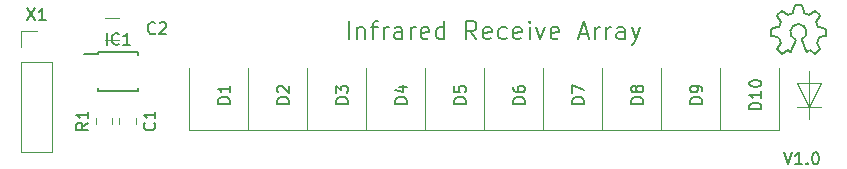
<source format=gbr>
G04 #@! TF.GenerationSoftware,KiCad,Pcbnew,6.0.0-unknown-ea0edab~86~ubuntu18.04.1*
G04 #@! TF.CreationDate,2019-07-07T15:34:29+02:00*
G04 #@! TF.ProjectId,ir-receiver,69722d72-6563-4656-9976-65722e6b6963,rev?*
G04 #@! TF.SameCoordinates,Original*
G04 #@! TF.FileFunction,Legend,Top*
G04 #@! TF.FilePolarity,Positive*
%FSLAX46Y46*%
G04 Gerber Fmt 4.6, Leading zero omitted, Abs format (unit mm)*
G04 Created by KiCad (PCBNEW 6.0.0-unknown-ea0edab~86~ubuntu18.04.1) date 2019-07-07 15:34:29*
%MOMM*%
%LPD*%
G04 APERTURE LIST*
%ADD10C,0.150000*%
%ADD11C,0.034395*%
%ADD12C,0.120000*%
G04 APERTURE END LIST*
D10*
X207360741Y-108316805D02*
G75*
G03X206860014Y-108324936I-260741J634987D01*
G01*
D11*
X206801979Y-105398218D02*
X206800000Y-105400000D01*
X206813579Y-105391985D02*
X206812323Y-105392380D01*
X204812730Y-107389693D02*
X204812176Y-107390896D01*
X209394773Y-108013123D02*
X209395982Y-108012614D01*
X208954319Y-109087661D02*
X208954042Y-109086367D01*
X205276583Y-109113902D02*
X205277438Y-109114898D01*
X204823912Y-107376759D02*
X204822831Y-107377526D01*
X208953851Y-109102191D02*
X208954408Y-109099585D01*
X206207416Y-109217279D02*
X206210224Y-109217798D01*
X206447541Y-109320788D02*
X206448267Y-109319779D01*
X205274083Y-106308912D02*
X205274800Y-106310012D01*
X208834307Y-108118180D02*
X208835609Y-108117796D01*
X206812323Y-105392380D02*
X206811084Y-105392831D01*
X206811084Y-105392831D02*
X206809863Y-105393335D01*
X205693971Y-105856126D02*
X205692901Y-105856886D01*
X206809863Y-105393335D02*
X206808661Y-105393890D01*
X206808661Y-105393890D02*
X206806326Y-105395149D01*
X206806326Y-105395149D02*
X206804093Y-105396596D01*
X206437121Y-109328526D02*
X206438215Y-109328091D01*
X206804093Y-105396596D02*
X206801979Y-105398218D01*
X206814849Y-105391645D02*
X206813579Y-105391985D01*
X204815432Y-107385123D02*
X204814687Y-107386226D01*
D10*
X207403317Y-105390853D02*
X206821340Y-105390853D01*
D11*
X206177416Y-109223133D02*
X206179670Y-109221735D01*
X206821340Y-105390853D02*
X206821340Y-105390853D01*
X206821340Y-105390853D02*
X206820029Y-105390885D01*
X208805924Y-108144946D02*
X208806410Y-108143696D01*
X208633882Y-108615555D02*
X208632782Y-108612979D01*
X207776320Y-109319812D02*
X207777045Y-109320820D01*
D10*
X205274800Y-106310012D02*
X205606995Y-106833895D01*
D11*
X205399207Y-108122312D02*
X205401661Y-108123919D01*
X205273359Y-109078979D02*
X205272756Y-109080143D01*
X205270619Y-106300429D02*
X205270949Y-106301707D01*
X208028796Y-109216988D02*
X208031682Y-109217348D01*
X208515811Y-109535825D02*
X208518454Y-109535476D01*
X209408274Y-108002743D02*
X209409065Y-108001667D01*
X208629740Y-108589772D02*
X208630107Y-108586882D01*
X204811223Y-107393359D02*
X204810829Y-107394615D01*
X207805219Y-109327846D02*
X207806402Y-109327283D01*
X206792660Y-105410890D02*
X206792207Y-105412121D01*
X207789700Y-109329246D02*
X207790850Y-109329508D01*
X206204548Y-109216937D02*
X206207416Y-109217279D01*
X205270949Y-106301707D02*
X205271334Y-106302967D01*
X208039951Y-109219476D02*
X208042503Y-109220533D01*
X206820029Y-105390885D02*
X206818722Y-105390983D01*
X208830417Y-108119665D02*
X208833006Y-108118621D01*
X204832254Y-108013933D02*
X204833523Y-108014265D01*
X205404037Y-108125684D02*
X205406317Y-108127591D01*
X205695077Y-105855416D02*
X205693971Y-105856126D01*
X206818722Y-105390983D02*
X206817422Y-105391143D01*
X206219809Y-106192553D02*
X206217556Y-106191140D01*
X206817422Y-105391143D02*
X206816130Y-105391364D01*
X205690874Y-105858554D02*
X205689923Y-105859461D01*
X207779475Y-109323549D02*
X207780362Y-109324359D01*
X206816130Y-105391364D02*
X206814849Y-105391645D01*
X205277507Y-106271892D02*
X205276651Y-106272889D01*
X207403317Y-105390853D02*
X207403317Y-105390853D01*
X207412352Y-105392380D02*
X207411094Y-105391985D01*
X207411094Y-105391985D02*
X207409822Y-105391645D01*
X207780362Y-109324359D02*
X207781285Y-109325118D01*
X207409822Y-105391645D02*
X207408538Y-105391364D01*
X207408538Y-105391364D02*
X207407244Y-105391143D01*
X207407244Y-105391143D02*
X207405941Y-105390983D01*
X207405941Y-105390983D02*
X207404631Y-105390885D01*
X205696215Y-105854756D02*
X205695077Y-105855416D01*
X205698578Y-105853586D02*
X205696215Y-105854756D01*
X207404631Y-105390885D02*
X207403317Y-105390853D01*
X208952629Y-109105984D02*
X208953088Y-109104739D01*
X207413593Y-105392831D02*
X207412352Y-105392380D01*
X207421666Y-105397386D02*
X207420592Y-105396596D01*
X207420592Y-105396596D02*
X207419489Y-105395850D01*
X207419489Y-105395850D02*
X207418358Y-105395149D01*
X205724397Y-105853316D02*
X205723178Y-105852821D01*
X207418358Y-105395149D02*
X207417200Y-105394496D01*
X207417200Y-105394496D02*
X207416019Y-105393890D01*
X205701041Y-105852619D02*
X205698578Y-105853586D01*
X207416019Y-105393890D02*
X207414816Y-105393335D01*
X207414816Y-105393335D02*
X207413593Y-105392831D01*
X204833486Y-107372467D02*
X204832214Y-107372806D01*
X206794353Y-105407328D02*
X206793735Y-105408491D01*
X206433723Y-109329489D02*
X206434873Y-109329226D01*
X207422708Y-105398218D02*
X207421666Y-105397386D01*
X207428950Y-105405080D02*
X207428185Y-105404000D01*
X207428185Y-105404000D02*
X207427374Y-105402950D01*
X207427374Y-105402950D02*
X207426520Y-105401932D01*
X207426520Y-105401932D02*
X207425624Y-105400948D01*
X207425624Y-105400948D02*
X207424689Y-105400000D01*
X207424689Y-105400000D02*
X207423716Y-105399090D01*
X207423716Y-105399090D02*
X207422708Y-105398218D01*
X207429669Y-105406190D02*
X207428950Y-105405080D01*
X207433212Y-105414642D02*
X207432878Y-105413372D01*
X207432878Y-105413372D02*
X207432484Y-105412121D01*
X207432484Y-105412121D02*
X207432031Y-105410890D01*
X207432031Y-105410890D02*
X207431521Y-105409679D01*
X207431521Y-105409679D02*
X207430956Y-105408491D01*
X207430956Y-105408491D02*
X207430338Y-105407328D01*
X207430338Y-105407328D02*
X207429669Y-105406190D01*
X205692901Y-105856886D02*
X205691867Y-105857695D01*
X207433482Y-105415927D02*
X207433212Y-105414642D01*
X207544842Y-106008557D02*
X207543792Y-106005961D01*
X207543792Y-106005961D02*
X207542955Y-106003356D01*
X207542955Y-106003356D02*
X207542621Y-106002055D01*
X207542621Y-106002055D02*
X207542346Y-106000759D01*
X205703584Y-105851855D02*
X205701041Y-105852619D01*
X207542346Y-106000759D02*
X207542346Y-106000759D01*
D10*
X207542346Y-106000759D02*
X207433482Y-105415927D01*
D11*
X207433482Y-105415927D02*
X207433482Y-105415927D01*
X206427792Y-109329902D02*
X206428995Y-109329942D01*
X207546091Y-106011129D02*
X207544842Y-106008557D01*
X207559165Y-106027001D02*
X207556936Y-106025081D01*
X207773898Y-109315314D02*
X207774427Y-109316507D01*
X206669938Y-106023016D02*
X206667805Y-106025081D01*
X207556936Y-106025081D02*
X207554803Y-106023016D01*
X207554803Y-106023016D02*
X207552780Y-106020825D01*
X207552780Y-106020825D02*
X207550883Y-106018524D01*
X207550883Y-106018524D02*
X207549126Y-106016129D01*
X207549126Y-106016129D02*
X207547524Y-106013659D01*
X205691867Y-105857695D02*
X205690874Y-105858554D01*
X207547524Y-106013659D02*
X207546091Y-106011129D01*
X207561475Y-106028760D02*
X207559165Y-106027001D01*
X207571238Y-106033848D02*
X207571238Y-106033848D01*
X207571238Y-106033848D02*
X207569991Y-106033405D01*
X207569991Y-106033405D02*
X207568749Y-106032903D01*
X205275086Y-106274998D02*
X205274378Y-106276105D01*
X207568749Y-106032903D02*
X207567512Y-106032343D01*
X207567512Y-106032343D02*
X207566282Y-106031728D01*
X207566282Y-106031728D02*
X207563853Y-106030342D01*
X205706186Y-105851298D02*
X205703584Y-105851855D01*
X207563853Y-106030342D02*
X207561475Y-106028760D01*
D10*
X207963213Y-106194305D02*
X207571238Y-106033848D01*
D11*
X207979580Y-106198119D02*
X207976635Y-106197915D01*
X205726757Y-105854472D02*
X205725591Y-105853866D01*
X204810210Y-107397170D02*
X204809989Y-107398464D01*
X205725591Y-105853866D02*
X205724397Y-105853316D01*
X205274731Y-109076744D02*
X205274731Y-109076744D01*
X206230313Y-106196642D02*
X206227509Y-106195857D01*
X206653488Y-106033848D02*
X206653488Y-106033848D01*
X206679887Y-106008557D02*
X206678640Y-106011129D01*
X209412837Y-107994653D02*
X209413288Y-107993409D01*
D10*
X207806402Y-109327283D02*
X208004178Y-109221688D01*
D11*
X208954542Y-109088968D02*
X208954319Y-109087661D01*
X204832214Y-107372806D02*
X204830960Y-107373205D01*
X209413685Y-107992150D02*
X209414025Y-107990876D01*
X209391028Y-108014298D02*
X209392294Y-108013967D01*
X205708828Y-105850948D02*
X205706186Y-105851298D01*
X207976635Y-106197915D02*
X207973747Y-106197540D01*
X207797989Y-109329819D02*
X207799200Y-109329653D01*
X206220410Y-109221654D02*
X206220410Y-109221654D01*
D10*
X206450690Y-109315280D02*
X206858487Y-108329942D01*
D11*
X206442338Y-109325798D02*
X206443296Y-109325090D01*
X208946245Y-109115887D02*
X208946245Y-109115887D01*
X204834774Y-107372190D02*
X204834774Y-107372190D01*
X207778624Y-109322689D02*
X207779475Y-109323549D01*
X205387641Y-108117435D02*
X205388940Y-108117762D01*
X207973747Y-106197540D02*
X207970938Y-106196993D01*
X208812174Y-108134051D02*
X208814060Y-108131807D01*
D10*
X208633312Y-108576319D02*
X208805497Y-108146199D01*
D11*
X205706151Y-109535442D02*
X205708794Y-109535791D01*
X204826209Y-108011397D02*
X204827373Y-108012015D01*
X207775641Y-109318757D02*
X207776320Y-109319812D01*
X206791813Y-105413372D02*
X206791480Y-105414642D01*
X208810449Y-108136377D02*
X208812174Y-108134051D01*
X207970938Y-106196993D02*
X207968230Y-106196272D01*
X206859725Y-108326211D02*
X206860014Y-108324936D01*
X206441349Y-109326452D02*
X206442338Y-109325798D01*
X206680936Y-106005961D02*
X206679887Y-106008557D01*
X206418186Y-109327249D02*
X206419366Y-109327815D01*
X204817099Y-108003753D02*
X204818882Y-108005739D01*
X204812771Y-107997050D02*
X204814031Y-107999393D01*
X209410514Y-107999427D02*
X209411169Y-107998267D01*
X204828515Y-107374177D02*
X204827326Y-107374745D01*
X207968230Y-106196272D02*
X207965648Y-106195377D01*
X207965648Y-106195377D02*
X207963213Y-106194305D01*
X207775009Y-109317655D02*
X207775641Y-109318757D01*
X204809864Y-107986957D02*
X204810024Y-107988261D01*
X206791209Y-105415927D02*
X206791209Y-105415927D01*
X204830960Y-107373205D02*
X204829727Y-107373663D01*
X207963213Y-106194305D02*
X207963213Y-106194305D01*
X206448267Y-109319779D02*
X206448947Y-109318724D01*
X208500250Y-109533487D02*
X208501468Y-109533977D01*
X207804027Y-109328340D02*
X207805219Y-109327846D01*
X208633312Y-108576319D02*
X208633312Y-108576319D01*
X206236140Y-106197727D02*
X206233198Y-106197266D01*
X209404709Y-108006710D02*
X209405658Y-108005773D01*
X207982559Y-106198155D02*
X207979580Y-106198119D01*
X208534699Y-109527364D02*
X208534699Y-109527364D01*
X206198719Y-109216783D02*
X206201642Y-109216772D01*
X208501468Y-109533977D02*
X208502708Y-109534413D01*
X206245087Y-106198119D02*
X206242107Y-106198155D01*
X208002446Y-106193811D02*
X207999867Y-106194913D01*
X205589428Y-108617949D02*
X205588008Y-108620208D01*
X204810024Y-107988261D02*
X204810246Y-107989556D01*
X204816221Y-107384049D02*
X204815432Y-107385123D01*
X208025881Y-109216804D02*
X208028796Y-109216988D01*
X204809767Y-107985647D02*
X204809864Y-107986957D01*
X209411775Y-107997084D02*
X209412332Y-107995878D01*
X205592751Y-108610245D02*
X205591801Y-108612945D01*
D10*
X205433640Y-107238253D02*
X204834774Y-107372190D01*
D11*
X209414787Y-107985681D02*
X209414820Y-107984367D01*
X208814060Y-108131807D02*
X208816093Y-108129660D01*
X205408484Y-108129626D02*
X205410523Y-108131773D01*
X208835609Y-108117796D02*
X208836910Y-108117469D01*
X208951840Y-109080177D02*
X208951234Y-109079013D01*
X205721936Y-105852381D02*
X205719395Y-105851664D01*
X206667805Y-106025081D02*
X206665576Y-106027001D01*
X205275844Y-106273924D02*
X205275086Y-106274998D01*
X207999867Y-106194913D02*
X207997163Y-106195857D01*
X207997163Y-106195857D02*
X207994356Y-106196642D01*
X207994356Y-106196642D02*
X207991470Y-106197266D01*
X207991470Y-106197266D02*
X207988526Y-106197727D01*
X207988526Y-106197727D02*
X207985548Y-106198024D01*
X207985548Y-106198024D02*
X207982559Y-106198155D01*
X205711490Y-105850808D02*
X205708828Y-105850948D01*
X208004876Y-106192553D02*
X208002446Y-106193811D01*
X208499126Y-105853866D02*
X208497963Y-105854472D01*
X208497963Y-105854472D02*
X208496829Y-105855133D01*
X205689923Y-105859461D02*
X205689923Y-105859461D01*
X208496829Y-105855133D02*
X208495729Y-105855850D01*
X208495729Y-105855850D02*
X208495729Y-105855850D01*
D10*
X208495729Y-105855850D02*
X208007136Y-106191140D01*
D11*
X208007136Y-106191140D02*
X208007136Y-106191140D01*
X208007136Y-106191140D02*
X208004876Y-106192553D01*
X206222235Y-106193812D02*
X206219809Y-106192553D01*
X208500317Y-105853316D02*
X208499126Y-105853866D01*
X204829771Y-108013089D02*
X204831003Y-108013541D01*
X206217556Y-106191140D02*
X206217556Y-106191140D01*
X208510539Y-105850880D02*
X208507902Y-105851164D01*
X205714152Y-105850880D02*
X205711490Y-105850808D01*
X208507902Y-105851164D02*
X208506598Y-105851387D01*
X208506598Y-105851387D02*
X208505307Y-105851664D01*
X208505307Y-105851664D02*
X208504030Y-105851995D01*
X205273110Y-106278415D02*
X205272551Y-106279612D01*
X205272551Y-106279612D02*
X205272042Y-106280834D01*
X208504030Y-105851995D02*
X208502771Y-105852381D01*
X205719395Y-105851664D02*
X205716794Y-105851165D01*
X205276651Y-106272889D02*
X205275844Y-106273924D01*
X208502771Y-105852381D02*
X208501533Y-105852821D01*
X208501533Y-105852821D02*
X208500317Y-105853316D01*
X208513196Y-105850808D02*
X208510539Y-105850880D01*
X208527296Y-105854146D02*
X208526100Y-105853586D01*
X208526100Y-105853586D02*
X208524879Y-105853077D01*
X208524879Y-105853077D02*
X208523637Y-105852619D01*
X208950950Y-109109577D02*
X208951561Y-109108406D01*
X208523637Y-105852619D02*
X208521095Y-105851855D01*
X208521095Y-105851855D02*
X208518494Y-105851298D01*
X208518494Y-105851298D02*
X208515855Y-105850948D01*
X208515855Y-105850948D02*
X208513196Y-105850808D01*
X208528465Y-105854756D02*
X208527296Y-105854146D01*
X208534768Y-105859461D02*
X208534768Y-105859461D01*
X208534768Y-105859461D02*
X208533815Y-105858554D01*
X208533815Y-105858554D02*
X208532819Y-105857695D01*
X208532819Y-105857695D02*
X208531783Y-105856886D01*
X204813987Y-107387356D02*
X204813335Y-107388513D01*
X208953325Y-109083827D02*
X208952885Y-109082587D01*
X206439285Y-109327600D02*
X206440331Y-109327053D01*
X208952120Y-109107207D02*
X208952629Y-109105984D01*
X205270821Y-106284623D02*
X205270262Y-106287227D01*
X208953088Y-109104739D02*
X208953851Y-109102191D01*
X206421753Y-109328741D02*
X206422957Y-109329104D01*
X205728997Y-105855850D02*
X205728997Y-105855850D01*
X208531783Y-105856886D02*
X208530711Y-105856126D01*
X208530711Y-105856126D02*
X208529604Y-105855416D01*
X208529604Y-105855416D02*
X208528465Y-105854756D01*
X208954408Y-109099585D02*
X208954758Y-109096939D01*
D10*
X208946246Y-106270939D02*
X208534768Y-105859461D01*
D11*
X208950945Y-106277245D02*
X208950287Y-106276105D01*
X206424165Y-109329400D02*
X206425375Y-109329632D01*
X204809700Y-107402389D02*
X204809700Y-107402389D01*
X206430192Y-109329920D02*
X206431380Y-109329836D01*
X206665576Y-106027001D02*
X206663265Y-106028760D01*
X205727893Y-105855133D02*
X205726757Y-105854472D01*
X206428995Y-109329942D02*
X206430192Y-109329920D01*
X206425375Y-109329632D02*
X206426585Y-109329798D01*
X205273422Y-106307778D02*
X205274083Y-106308912D01*
X206426585Y-109329798D02*
X206427792Y-109329902D01*
X208042503Y-109220533D02*
X208044918Y-109221764D01*
X208011651Y-109218526D02*
X208014378Y-109217827D01*
X208499058Y-109532941D02*
X208500250Y-109533487D01*
X205271334Y-106302967D02*
X205271773Y-106304206D01*
X208022960Y-109216795D02*
X208025881Y-109216804D01*
X205272042Y-106280834D02*
X205271584Y-106282078D01*
X205272268Y-106305423D02*
X205272817Y-106306614D01*
X206678640Y-106011129D02*
X206677209Y-106013659D01*
X206440331Y-109327053D02*
X206441349Y-109326452D01*
X205401661Y-108123919D02*
X205404037Y-108125684D01*
X206792207Y-105412121D02*
X206791813Y-105413372D01*
X207795577Y-109329961D02*
X207796781Y-109329921D01*
X205272817Y-106306614D02*
X205273422Y-106307778D01*
X204820813Y-108007574D02*
X204822881Y-108009242D01*
X205695042Y-109531348D02*
X205696180Y-109532004D01*
X205273653Y-109109542D02*
X205274311Y-109110683D01*
X206187311Y-109218573D02*
X206190077Y-109217864D01*
X209412332Y-107995878D02*
X209412837Y-107994653D01*
X205386346Y-108117169D02*
X205386346Y-108117169D01*
X208949856Y-109076779D02*
X208949856Y-109076779D01*
X206434873Y-109329226D02*
X206436007Y-109328905D01*
X205691833Y-109529084D02*
X205692866Y-109529887D01*
X205595052Y-108592683D02*
X205595081Y-108595660D01*
X205406317Y-108127591D02*
X205408484Y-108129626D01*
X206449579Y-109317621D02*
X206450161Y-109316473D01*
X208950287Y-106276105D02*
X208949578Y-106274998D01*
X206177416Y-109223133D02*
X206177416Y-109223133D01*
X209414820Y-107984367D02*
X209414820Y-107984367D01*
X208031682Y-109217348D02*
X208034518Y-109217883D01*
X205594943Y-108598646D02*
X205594640Y-108601621D01*
X208635137Y-108617983D02*
X208633882Y-108615555D01*
X205724362Y-109533452D02*
X205725556Y-109532907D01*
X204823962Y-108010009D02*
X204825072Y-108010728D01*
X205728963Y-109530941D02*
X205728963Y-109530941D01*
X205270565Y-109086333D02*
X205270068Y-109088934D01*
X208505247Y-109535122D02*
X208507847Y-109535616D01*
X206450161Y-109316473D02*
X206450690Y-109315280D01*
X209409812Y-108000561D02*
X209410514Y-107999427D01*
X208949578Y-106274998D02*
X208948819Y-106273924D01*
X209411169Y-107998267D02*
X209411775Y-107997084D01*
X208822897Y-108123954D02*
X208825346Y-108122346D01*
X207783230Y-109326477D02*
X207784247Y-109327077D01*
X205699763Y-109533672D02*
X205701006Y-109534128D01*
X206436007Y-109328905D02*
X206437121Y-109328526D01*
X205592342Y-108578731D02*
X205593231Y-108581322D01*
X205272487Y-109107173D02*
X205273653Y-109109542D01*
X208948819Y-106273924D02*
X208948011Y-106272889D01*
X205386346Y-108117169D02*
X205387641Y-108117435D01*
X208948011Y-106272889D02*
X208947153Y-106271892D01*
X206663265Y-106028760D02*
X206660886Y-106030342D01*
X208947153Y-106271892D02*
X208946246Y-106270939D01*
D10*
X205606995Y-106833895D02*
X205433640Y-107238253D01*
D11*
X205728997Y-105855850D02*
X205727893Y-105855133D01*
X206227509Y-106195857D02*
X206224809Y-106194913D01*
X204828560Y-108012580D02*
X204829771Y-108013089D01*
X204809732Y-107401076D02*
X204809700Y-107402389D01*
X208946246Y-106270939D02*
X208946246Y-106270939D01*
X204809989Y-107398464D02*
X204809829Y-107399766D01*
X208952111Y-106279612D02*
X208950945Y-106277245D01*
X205271716Y-109082553D02*
X205271278Y-109083793D01*
X209403725Y-108007608D02*
X209404709Y-108006710D01*
X208808902Y-108138770D02*
X208810449Y-108136377D01*
X206256450Y-106196272D02*
X206253738Y-106196993D01*
X208954512Y-106297831D02*
X208954797Y-106295191D01*
X208518454Y-109535476D02*
X208521056Y-109534921D01*
X205690840Y-109528231D02*
X205691833Y-109529084D01*
X209389746Y-108014566D02*
X209391028Y-108014298D01*
X204810246Y-107989556D02*
X204810527Y-107990842D01*
X208523598Y-109534162D02*
X208526060Y-109533200D01*
X209398331Y-108011431D02*
X209399468Y-108010762D01*
X204815478Y-108001633D02*
X204817099Y-108003753D01*
X207773898Y-109315314D02*
X207773898Y-109315314D01*
D10*
X208534699Y-109527364D02*
X208946245Y-109115887D01*
D11*
X207774427Y-109316507D02*
X207775009Y-109317655D01*
X208827859Y-108120912D02*
X208830417Y-108119665D01*
X205593542Y-108607442D02*
X205592751Y-108610245D01*
X209389746Y-108014566D02*
X209389746Y-108014566D01*
X205269715Y-109094240D02*
X205269856Y-109096905D01*
X208017187Y-109217306D02*
X208020055Y-109216963D01*
X206190077Y-109217864D02*
X206192915Y-109217329D01*
X209393543Y-108013575D02*
X209394773Y-108013123D01*
X206215571Y-109219369D02*
X206218065Y-109220422D01*
X206418186Y-109327249D02*
X206418186Y-109327249D01*
X205725556Y-109532907D02*
X205726722Y-109532307D01*
X206448947Y-109318724D02*
X206449579Y-109317621D01*
X205277438Y-109114898D02*
X205278343Y-109115852D01*
X205410523Y-108131773D02*
X205412415Y-108134017D01*
X205269856Y-109096905D02*
X205270205Y-109099550D01*
X209409065Y-108001667D02*
X209409812Y-108000561D01*
X206682381Y-106000759D02*
X206681772Y-106003356D01*
X208805497Y-108146199D02*
X208805924Y-108144946D01*
D10*
X209414820Y-107984367D02*
X209414889Y-107402424D01*
D11*
X208629653Y-108598681D02*
X208629515Y-108595694D01*
X207784247Y-109327077D02*
X207785291Y-109327623D01*
X208629543Y-108592717D02*
X208629740Y-108589772D01*
X205689889Y-109527330D02*
X205690840Y-109528231D01*
X205726722Y-109532307D02*
X205727859Y-109531652D01*
X208954797Y-106295191D02*
X208954870Y-106292531D01*
X208954870Y-106292531D02*
X208954733Y-106289869D01*
X208954733Y-106289869D02*
X208954387Y-106287227D01*
X205274800Y-106310012D02*
X205274800Y-106310012D01*
X205270262Y-106287227D02*
X205269911Y-106289869D01*
X205414143Y-108136343D02*
X205415692Y-108138736D01*
X206444220Y-109324331D02*
X206445109Y-109323520D01*
X208805497Y-108146199D02*
X208805497Y-108146199D01*
X204829727Y-107373663D02*
X204828515Y-107374177D01*
X208954387Y-106287227D02*
X208953834Y-106284623D01*
X206438215Y-109328091D02*
X206439285Y-109327600D01*
X205274017Y-109077845D02*
X205273359Y-109078979D01*
X208953834Y-106284623D02*
X208953075Y-106282078D01*
X208953075Y-106282078D02*
X208952111Y-106279612D01*
X206858487Y-108329942D02*
X206858962Y-108328716D01*
X207806402Y-109327283D02*
X207806402Y-109327283D01*
D10*
X208949856Y-109076779D02*
X208636545Y-108620242D01*
X208838208Y-108117203D02*
X209389746Y-108014566D01*
D11*
X204810866Y-107992116D02*
X204811262Y-107993375D01*
X208954014Y-106300429D02*
X208954512Y-106297831D01*
X208838208Y-108117203D02*
X208838208Y-108117203D01*
X207794380Y-109329939D02*
X207795577Y-109329961D01*
X208952885Y-109082587D02*
X208952390Y-109081369D01*
X208496761Y-109531686D02*
X208497894Y-109532341D01*
X208949857Y-106310012D02*
X208950568Y-106308912D01*
X205692866Y-109529887D02*
X205693937Y-109530642D01*
X208629956Y-108601655D02*
X208629653Y-108598681D01*
X204810527Y-107990842D02*
X204810866Y-107992116D01*
X208631359Y-108581356D02*
X208632247Y-108578765D01*
X204825072Y-108010728D02*
X204826209Y-108011397D01*
X208950568Y-106308912D02*
X208951224Y-106307778D01*
X205271522Y-109104705D02*
X205272487Y-109107173D01*
X209392294Y-108013967D02*
X209393543Y-108013575D01*
X204818833Y-107381026D02*
X204817923Y-107381999D01*
X208951224Y-106307778D02*
X208951825Y-106306614D01*
X206859374Y-108327472D02*
X206859725Y-108326211D01*
X206798170Y-105401932D02*
X206796506Y-105404000D01*
X208631837Y-108610279D02*
X208631050Y-108607477D01*
X209395982Y-108012614D02*
X209397168Y-108012049D01*
X208632782Y-108612979D02*
X208631837Y-108610279D01*
X209402707Y-108008464D02*
X209403725Y-108007608D01*
X205269911Y-106289869D02*
X205269770Y-106292531D01*
X205727859Y-109531652D02*
X205728963Y-109530941D01*
X207786361Y-109328113D02*
X207787454Y-109328547D01*
X208951825Y-106306614D02*
X208952371Y-106305423D01*
X205417044Y-108141181D02*
X205418183Y-108143662D01*
X206658454Y-106031728D02*
X206655983Y-106032903D01*
X205716794Y-105851165D02*
X205714152Y-105850880D01*
X205274378Y-106276105D02*
X205273719Y-106277245D01*
X208952371Y-106305423D02*
X208952863Y-106304206D01*
X208014378Y-109217827D02*
X208017187Y-109217306D01*
X208951561Y-109108406D02*
X208952120Y-109107207D01*
X208952863Y-106304206D02*
X208953301Y-106302967D01*
X208953301Y-106302967D02*
X208954014Y-106300429D01*
X208632247Y-108578765D02*
X208633312Y-108576319D01*
X208833006Y-108118621D02*
X208834307Y-108118180D01*
X205591276Y-108576285D02*
X205592342Y-108578731D01*
X205723143Y-109533943D02*
X205724362Y-109533452D01*
X206248034Y-106197915D02*
X206245087Y-106198119D01*
X208636545Y-108620242D02*
X208636545Y-108620242D01*
X205714117Y-109535863D02*
X205716759Y-109535582D01*
X204821781Y-107378338D02*
X204820764Y-107379194D01*
X205271278Y-109083793D02*
X205270565Y-109086333D01*
X208949857Y-106310012D02*
X208949857Y-106310012D01*
X207777814Y-109321779D02*
X207778624Y-109322689D01*
X204822831Y-107377526D02*
X204821781Y-107378338D01*
X204820764Y-107379194D02*
X204819781Y-107380090D01*
X204818882Y-108005739D02*
X204820813Y-108007574D01*
X206682381Y-106000759D02*
X206682381Y-106000759D01*
X206210224Y-109217798D02*
X206212950Y-109218494D01*
X208950290Y-109110718D02*
X208950950Y-109109577D01*
D10*
X204834808Y-108014532D02*
X205386346Y-108117169D01*
D11*
X208510488Y-109535897D02*
X208513149Y-109535966D01*
X204833523Y-108014265D02*
X204834808Y-108014532D01*
X205590692Y-108615521D02*
X205589428Y-108617949D01*
X206195803Y-109216969D02*
X206198719Y-109216783D01*
X205391541Y-108118587D02*
X205394130Y-108119631D01*
X208004178Y-109221688D02*
X208004178Y-109221688D01*
X206261479Y-106194305D02*
X206259038Y-106195377D01*
X208951234Y-109079013D02*
X208950573Y-109077879D01*
X206242107Y-106198155D02*
X206239117Y-106198024D01*
X208954042Y-109086367D02*
X208953711Y-109085088D01*
X209414307Y-107989591D02*
X209414529Y-107988295D01*
X205720639Y-109534760D02*
X205721901Y-109534379D01*
X205272756Y-109080143D02*
X205272209Y-109081335D01*
X208513149Y-109535966D02*
X208515811Y-109535825D01*
X205697348Y-109532610D02*
X205698543Y-109533166D01*
D10*
X205419090Y-108146165D02*
X205591276Y-108576285D01*
D11*
X206445109Y-109323520D02*
X206445960Y-109322659D01*
X205270068Y-109088934D02*
X205269785Y-109091576D01*
X205594854Y-108589738D02*
X205595052Y-108592683D01*
X204825023Y-107376038D02*
X204823912Y-107376759D01*
X206192915Y-109217329D02*
X206195803Y-109216969D01*
X204827373Y-108012015D02*
X204828560Y-108012580D01*
X205594640Y-108601621D02*
X205594172Y-108604560D01*
X208820528Y-108125718D02*
X208822897Y-108123954D01*
X209414025Y-107990876D02*
X209414307Y-107989591D01*
X205594485Y-108586848D02*
X205594854Y-108589738D01*
X208950573Y-109077879D02*
X208949856Y-109076779D01*
X205394130Y-108119631D02*
X205396691Y-108120878D01*
X205593231Y-108581322D02*
X205593945Y-108584036D01*
X205275776Y-109112866D02*
X205276583Y-109113902D01*
X208630422Y-108604594D02*
X208629956Y-108601655D01*
X208630107Y-108586882D02*
X208630646Y-108584069D01*
X208949580Y-109111826D02*
X208950290Y-109110718D01*
X205274731Y-109076744D02*
X205274017Y-109077845D01*
X205412415Y-108134017D02*
X205414143Y-108136343D01*
X208533751Y-109528265D02*
X208534699Y-109527364D01*
X204822881Y-108009242D02*
X204823962Y-108010009D01*
X205278412Y-106270939D02*
X205277507Y-106271892D01*
X205273719Y-106277245D02*
X205273110Y-106278415D01*
X206673854Y-106018524D02*
X206671959Y-106020825D01*
X208825346Y-108122346D02*
X208827859Y-108120912D01*
X208006529Y-109220456D02*
X208009027Y-109219401D01*
X204812176Y-107390896D02*
X204811673Y-107392118D01*
X205271584Y-106282078D02*
X205270821Y-106284623D01*
X208948011Y-109113936D02*
X208948820Y-109112900D01*
X205703549Y-109534887D02*
X205706151Y-109535442D01*
X206671959Y-106020825D02*
X206669938Y-106023016D01*
X208636545Y-108620242D02*
X208635137Y-108617983D01*
X208034518Y-109217883D02*
X208037281Y-109218592D01*
X207785291Y-109327623D02*
X207786361Y-109328113D01*
X208816093Y-108129660D02*
X208818254Y-108127626D01*
X208531730Y-109529921D02*
X208532761Y-109529118D01*
D10*
X208620414Y-106790178D02*
X208949857Y-106310012D01*
D11*
X206795022Y-105406190D02*
X206794353Y-105407328D01*
X208521056Y-109534921D02*
X208523598Y-109534162D01*
X208948820Y-109112900D02*
X208949580Y-109111826D01*
X206655983Y-106032903D02*
X206653488Y-106033848D01*
X208807550Y-108141215D02*
X208808902Y-108138770D01*
X208497894Y-109532341D02*
X208499058Y-109532941D01*
X205272209Y-109081335D02*
X205271716Y-109082553D01*
X204814687Y-107386226D02*
X204813987Y-107387356D01*
D10*
X208047172Y-109223167D02*
X208495660Y-109530975D01*
D11*
X208037281Y-109218592D02*
X208039951Y-109219476D01*
X209406569Y-108004798D02*
X209407442Y-108003787D01*
X208530661Y-109530676D02*
X208531730Y-109529921D01*
X205388940Y-108117762D02*
X205391541Y-108118587D01*
X204817923Y-107381999D02*
X204817052Y-107383007D01*
X205591276Y-108576285D02*
X205591276Y-108576285D01*
X206681772Y-106003356D02*
X206680936Y-106005961D01*
X205698543Y-109533166D02*
X205699763Y-109533672D01*
X207802826Y-109328767D02*
X207804027Y-109328340D01*
X206201642Y-109216772D02*
X206204548Y-109216937D01*
X209414529Y-107988295D02*
X209414689Y-107986991D01*
X208953711Y-109085088D02*
X208953325Y-109083827D01*
D10*
X204809700Y-107402389D02*
X204809734Y-107984333D01*
D11*
X208806410Y-108143696D02*
X208807550Y-108141215D01*
X206858962Y-108328716D02*
X206859374Y-108327472D01*
X205418666Y-108144912D02*
X205419090Y-108146165D01*
X205716759Y-109535582D02*
X205718066Y-109535362D01*
X208952390Y-109081369D02*
X208951840Y-109080177D01*
X205269785Y-109091576D02*
X205269715Y-109094240D01*
X206239117Y-106198024D02*
X206236140Y-106197727D01*
X205718066Y-109535362D02*
X205719360Y-109535088D01*
X206250925Y-106197540D02*
X206248034Y-106197915D01*
X206212950Y-109218494D02*
X206215571Y-109219369D01*
X204811673Y-107392118D02*
X204811223Y-107393359D01*
X206446771Y-109321748D02*
X206447541Y-109320788D01*
D10*
X206791209Y-105415927D02*
X206682381Y-106000759D01*
X205728963Y-109530941D02*
X206177416Y-109223133D01*
D11*
X207800411Y-109329423D02*
X207801620Y-109329128D01*
X208047172Y-109223167D02*
X208047172Y-109223167D01*
X205588008Y-108620208D02*
X205588008Y-108620208D01*
X204810829Y-107394615D02*
X204810490Y-107395886D01*
D10*
X205278343Y-109115852D02*
X205689889Y-109527330D01*
D11*
X208044918Y-109221764D02*
X208047172Y-109223167D01*
X209407442Y-108003787D02*
X209408274Y-108002743D01*
X205593945Y-108584036D02*
X205594485Y-108586848D01*
X206793170Y-105409679D02*
X206792660Y-105410890D01*
X205269839Y-106295191D02*
X205270122Y-106297831D01*
X204827326Y-107374745D02*
X204826161Y-107375366D01*
X204834808Y-108014532D02*
X204834808Y-108014532D01*
X205269770Y-106292531D02*
X205269839Y-106295191D01*
X209400577Y-108010043D02*
X209401658Y-108009276D01*
X209414689Y-107986991D02*
X209414787Y-107985681D01*
X206443296Y-109325090D02*
X206444220Y-109324331D01*
X208495660Y-109530975D02*
X208495660Y-109530975D01*
X208526060Y-109533200D02*
X208528421Y-109532038D01*
X205270122Y-106297831D02*
X205270343Y-106299136D01*
X208495660Y-109530975D02*
X208496761Y-109531686D01*
X207793192Y-109329855D02*
X207794380Y-109329939D01*
X209413288Y-107993409D02*
X209413685Y-107992150D01*
X207801620Y-109329128D02*
X207802826Y-109328767D01*
X205591801Y-108612945D02*
X205590692Y-108615521D01*
X208009027Y-109219401D02*
X208011651Y-109218526D01*
X205689889Y-109527330D02*
X205689889Y-109527330D01*
X205701006Y-109534128D02*
X205703549Y-109534887D01*
X205595081Y-108595660D02*
X205594943Y-108598646D01*
X206791480Y-105414642D02*
X206791209Y-105415927D01*
X204809734Y-107984333D02*
X204809767Y-107985647D01*
X207787454Y-109328547D02*
X207788568Y-109328925D01*
X206431380Y-109329836D02*
X206432558Y-109329693D01*
X205278343Y-109115852D02*
X205278343Y-109115852D01*
X205708794Y-109535791D02*
X205711456Y-109535932D01*
X207788568Y-109328925D02*
X207789700Y-109329246D01*
X205270205Y-109099550D02*
X205270761Y-109102157D01*
X205711456Y-109535932D02*
X205714117Y-109535863D01*
X205594172Y-108604560D02*
X205593542Y-108607442D01*
X205396691Y-108120878D02*
X205399207Y-108122312D01*
X205721901Y-109534379D02*
X205723143Y-109533943D01*
X206793735Y-105408491D02*
X206793170Y-105409679D01*
X208954758Y-109096939D02*
X208954898Y-109094274D01*
X205719360Y-109535088D02*
X205720639Y-109534760D01*
X204834774Y-107372190D02*
X204833486Y-107372467D01*
X206233198Y-106197266D02*
X206230313Y-106196642D01*
X208502708Y-109534413D02*
X208505247Y-109535122D01*
X205275019Y-109111792D02*
X205275776Y-109112866D01*
X208631050Y-108607477D02*
X208630422Y-108604594D01*
X206182086Y-109220509D02*
X206184640Y-109219455D01*
X206450690Y-109315280D02*
X206450690Y-109315280D01*
X205696180Y-109532004D02*
X205697348Y-109532610D01*
X208836910Y-108117469D02*
X208838208Y-108117203D01*
X208954826Y-109091610D02*
X208954542Y-109088968D01*
X208818254Y-108127626D02*
X208820528Y-108125718D01*
D10*
X205588008Y-108620208D02*
X205274731Y-109076744D01*
D11*
X205270343Y-106299136D02*
X205270619Y-106300429D01*
X206419366Y-109327815D02*
X206420556Y-109328312D01*
X209401658Y-108009276D02*
X209402707Y-108008464D01*
X208004178Y-109221688D02*
X208006529Y-109220456D01*
D10*
X207366135Y-108329942D02*
X207773898Y-109315314D01*
D11*
X209405658Y-108005773D02*
X209406569Y-108004798D01*
X207790850Y-109329508D02*
X207792015Y-109329712D01*
X206184640Y-109219455D02*
X206187311Y-109218573D01*
X208954898Y-109094274D02*
X208954826Y-109091610D01*
X206660886Y-106030342D02*
X206658454Y-106031728D01*
X208630646Y-108584069D02*
X208631359Y-108581356D01*
X204826161Y-107375366D02*
X204825023Y-107376038D01*
X206677209Y-106013659D02*
X206675609Y-106016129D01*
X204814031Y-107999393D02*
X204815478Y-108001633D01*
X209397168Y-108012049D02*
X209398331Y-108011431D01*
X204809734Y-107984333D02*
X204809734Y-107984333D01*
X204811262Y-107993375D02*
X204811712Y-107994618D01*
X209399468Y-108010762D02*
X209400577Y-108010043D01*
X205274311Y-109110683D02*
X205275019Y-109111792D01*
X208528421Y-109532038D02*
X208529557Y-109531382D01*
X204817052Y-107383007D02*
X204816221Y-107384049D01*
X208947153Y-109114933D02*
X208948011Y-109113936D01*
X207781285Y-109325118D02*
X207782242Y-109325824D01*
X204811712Y-107994618D02*
X204812771Y-107997050D01*
X208946245Y-109115887D02*
X208947153Y-109114933D01*
X205419090Y-108146165D02*
X205419090Y-108146165D01*
X207796781Y-109329921D02*
X207797989Y-109329819D01*
X206858487Y-108329942D02*
X206858487Y-108329942D01*
X206224809Y-106194913D02*
X206222235Y-106193812D01*
X204831003Y-108013541D02*
X204832254Y-108013933D01*
X205418183Y-108143662D02*
X205418666Y-108144912D01*
X204810490Y-107395886D02*
X204810210Y-107397170D01*
D10*
X206220410Y-109221654D02*
X206418186Y-109327249D01*
D11*
X208507847Y-109535616D02*
X208510488Y-109535897D01*
X206179670Y-109221735D02*
X206182086Y-109220509D01*
X207782242Y-109325824D02*
X207783230Y-109326477D01*
X208629515Y-108595694D02*
X208629543Y-108592717D01*
X204813335Y-107388513D02*
X204812730Y-107389693D01*
X207792015Y-109329712D02*
X207793192Y-109329855D01*
X207799200Y-109329653D02*
X207800411Y-109329423D01*
X205271773Y-106304206D02*
X205272268Y-106305423D01*
D10*
X208790983Y-107238253D02*
X208617662Y-106800000D01*
D11*
X206420556Y-109328312D02*
X206421753Y-109328741D01*
X206675609Y-106016129D02*
X206673854Y-106018524D01*
X206796506Y-105404000D02*
X206795740Y-105405080D01*
X206432558Y-109329693D02*
X206433723Y-109329489D01*
X206422957Y-109329104D02*
X206424165Y-109329400D01*
X205278412Y-106270939D02*
X205278412Y-106270939D01*
D10*
X205689923Y-105859461D02*
X205278412Y-106270939D01*
X206217556Y-106191140D02*
X205728997Y-105855850D01*
D11*
X205723178Y-105852821D02*
X205721936Y-105852381D01*
X206795740Y-105405080D02*
X206795022Y-105406190D01*
X208532761Y-109529118D02*
X208533751Y-109528265D01*
X206259038Y-106195377D02*
X206256450Y-106196272D01*
D10*
X206653488Y-106033848D02*
X206261479Y-106194305D01*
D11*
X208020055Y-109216963D02*
X208022960Y-109216795D01*
X204819781Y-107380090D02*
X204818833Y-107381026D01*
X205693937Y-109530642D02*
X205695042Y-109531348D01*
X208529557Y-109531382D02*
X208530661Y-109530676D01*
X204809829Y-107399766D02*
X204809732Y-107401076D01*
X207777045Y-109320820D02*
X207777814Y-109321779D01*
X206218065Y-109220422D02*
X206220410Y-109221654D01*
X205415692Y-108138736D02*
X205417044Y-108141181D01*
X206261479Y-106194305D02*
X206261479Y-106194305D01*
X206445960Y-109322659D02*
X206446771Y-109321748D01*
D10*
X209414889Y-107402424D02*
X208824450Y-107267042D01*
D11*
X206253738Y-106196993D02*
X206250925Y-106197540D01*
X205270761Y-109102157D02*
X205271522Y-109104705D01*
X206800000Y-105400000D02*
X206798170Y-105401932D01*
D10*
X205876190Y-117852380D02*
X206209523Y-118852380D01*
X206542857Y-117852380D01*
X207400000Y-118852380D02*
X206828571Y-118852380D01*
X207114285Y-118852380D02*
X207114285Y-117852380D01*
X207019047Y-117995238D01*
X206923809Y-118090476D01*
X206828571Y-118138095D01*
X207828571Y-118757142D02*
X207876190Y-118804761D01*
X207828571Y-118852380D01*
X207780952Y-118804761D01*
X207828571Y-118757142D01*
X207828571Y-118852380D01*
X208495238Y-117852380D02*
X208590476Y-117852380D01*
X208685714Y-117900000D01*
X208733333Y-117947619D01*
X208780952Y-118042857D01*
X208828571Y-118233333D01*
X208828571Y-118471428D01*
X208780952Y-118661904D01*
X208733333Y-118757142D01*
X208685714Y-118804761D01*
X208590476Y-118852380D01*
X208495238Y-118852380D01*
X208400000Y-118804761D01*
X208352380Y-118757142D01*
X208304761Y-118661904D01*
X208257142Y-118471428D01*
X208257142Y-118233333D01*
X208304761Y-118042857D01*
X208352380Y-117947619D01*
X208400000Y-117900000D01*
X208495238Y-117852380D01*
D12*
X208000000Y-114000000D02*
X207000000Y-112000000D01*
D10*
X169050000Y-108278571D02*
X169050000Y-106778571D01*
X169764285Y-107278571D02*
X169764285Y-108278571D01*
X169764285Y-107421428D02*
X169835714Y-107350000D01*
X169978571Y-107278571D01*
X170192857Y-107278571D01*
X170335714Y-107350000D01*
X170407142Y-107492857D01*
X170407142Y-108278571D01*
X170907142Y-107278571D02*
X171478571Y-107278571D01*
X171121428Y-108278571D02*
X171121428Y-106992857D01*
X171192857Y-106850000D01*
X171335714Y-106778571D01*
X171478571Y-106778571D01*
X171978571Y-108278571D02*
X171978571Y-107278571D01*
X171978571Y-107564285D02*
X172050000Y-107421428D01*
X172121428Y-107350000D01*
X172264285Y-107278571D01*
X172407142Y-107278571D01*
X173550000Y-108278571D02*
X173550000Y-107492857D01*
X173478571Y-107350000D01*
X173335714Y-107278571D01*
X173050000Y-107278571D01*
X172907142Y-107350000D01*
X173550000Y-108207142D02*
X173407142Y-108278571D01*
X173050000Y-108278571D01*
X172907142Y-108207142D01*
X172835714Y-108064285D01*
X172835714Y-107921428D01*
X172907142Y-107778571D01*
X173050000Y-107707142D01*
X173407142Y-107707142D01*
X173550000Y-107635714D01*
X174264285Y-108278571D02*
X174264285Y-107278571D01*
X174264285Y-107564285D02*
X174335714Y-107421428D01*
X174407142Y-107350000D01*
X174550000Y-107278571D01*
X174692857Y-107278571D01*
X175764285Y-108207142D02*
X175621428Y-108278571D01*
X175335714Y-108278571D01*
X175192857Y-108207142D01*
X175121428Y-108064285D01*
X175121428Y-107492857D01*
X175192857Y-107350000D01*
X175335714Y-107278571D01*
X175621428Y-107278571D01*
X175764285Y-107350000D01*
X175835714Y-107492857D01*
X175835714Y-107635714D01*
X175121428Y-107778571D01*
X177121428Y-108278571D02*
X177121428Y-106778571D01*
X177121428Y-108207142D02*
X176978571Y-108278571D01*
X176692857Y-108278571D01*
X176550000Y-108207142D01*
X176478571Y-108135714D01*
X176407142Y-107992857D01*
X176407142Y-107564285D01*
X176478571Y-107421428D01*
X176550000Y-107350000D01*
X176692857Y-107278571D01*
X176978571Y-107278571D01*
X177121428Y-107350000D01*
X179835714Y-108278571D02*
X179335714Y-107564285D01*
X178978571Y-108278571D02*
X178978571Y-106778571D01*
X179550000Y-106778571D01*
X179692857Y-106850000D01*
X179764285Y-106921428D01*
X179835714Y-107064285D01*
X179835714Y-107278571D01*
X179764285Y-107421428D01*
X179692857Y-107492857D01*
X179550000Y-107564285D01*
X178978571Y-107564285D01*
X181050000Y-108207142D02*
X180907142Y-108278571D01*
X180621428Y-108278571D01*
X180478571Y-108207142D01*
X180407142Y-108064285D01*
X180407142Y-107492857D01*
X180478571Y-107350000D01*
X180621428Y-107278571D01*
X180907142Y-107278571D01*
X181050000Y-107350000D01*
X181121428Y-107492857D01*
X181121428Y-107635714D01*
X180407142Y-107778571D01*
X182407142Y-108207142D02*
X182264285Y-108278571D01*
X181978571Y-108278571D01*
X181835714Y-108207142D01*
X181764285Y-108135714D01*
X181692857Y-107992857D01*
X181692857Y-107564285D01*
X181764285Y-107421428D01*
X181835714Y-107350000D01*
X181978571Y-107278571D01*
X182264285Y-107278571D01*
X182407142Y-107350000D01*
X183621428Y-108207142D02*
X183478571Y-108278571D01*
X183192857Y-108278571D01*
X183050000Y-108207142D01*
X182978571Y-108064285D01*
X182978571Y-107492857D01*
X183050000Y-107350000D01*
X183192857Y-107278571D01*
X183478571Y-107278571D01*
X183621428Y-107350000D01*
X183692857Y-107492857D01*
X183692857Y-107635714D01*
X182978571Y-107778571D01*
X184335714Y-108278571D02*
X184335714Y-107278571D01*
X184335714Y-106778571D02*
X184264285Y-106850000D01*
X184335714Y-106921428D01*
X184407142Y-106850000D01*
X184335714Y-106778571D01*
X184335714Y-106921428D01*
X184907142Y-107278571D02*
X185264285Y-108278571D01*
X185621428Y-107278571D01*
X186764285Y-108207142D02*
X186621428Y-108278571D01*
X186335714Y-108278571D01*
X186192857Y-108207142D01*
X186121428Y-108064285D01*
X186121428Y-107492857D01*
X186192857Y-107350000D01*
X186335714Y-107278571D01*
X186621428Y-107278571D01*
X186764285Y-107350000D01*
X186835714Y-107492857D01*
X186835714Y-107635714D01*
X186121428Y-107778571D01*
X188550000Y-107850000D02*
X189264285Y-107850000D01*
X188407142Y-108278571D02*
X188907142Y-106778571D01*
X189407142Y-108278571D01*
X189907142Y-108278571D02*
X189907142Y-107278571D01*
X189907142Y-107564285D02*
X189978571Y-107421428D01*
X190050000Y-107350000D01*
X190192857Y-107278571D01*
X190335714Y-107278571D01*
X190835714Y-108278571D02*
X190835714Y-107278571D01*
X190835714Y-107564285D02*
X190907142Y-107421428D01*
X190978571Y-107350000D01*
X191121428Y-107278571D01*
X191264285Y-107278571D01*
X192407142Y-108278571D02*
X192407142Y-107492857D01*
X192335714Y-107350000D01*
X192192857Y-107278571D01*
X191907142Y-107278571D01*
X191764285Y-107350000D01*
X192407142Y-108207142D02*
X192264285Y-108278571D01*
X191907142Y-108278571D01*
X191764285Y-108207142D01*
X191692857Y-108064285D01*
X191692857Y-107921428D01*
X191764285Y-107778571D01*
X191907142Y-107707142D01*
X192264285Y-107707142D01*
X192407142Y-107635714D01*
X192978571Y-107278571D02*
X193335714Y-108278571D01*
X193692857Y-107278571D02*
X193335714Y-108278571D01*
X193192857Y-108635714D01*
X193121428Y-108707142D01*
X192978571Y-108778571D01*
D12*
X209000000Y-112000000D02*
X208000000Y-114000000D01*
X207000000Y-112000000D02*
X209000000Y-112000000D01*
X207000000Y-114000000D02*
X209000000Y-114000000D01*
X208000000Y-111000000D02*
X208000000Y-115000000D01*
X141270000Y-117850000D02*
X143930000Y-117850000D01*
X141270000Y-110170000D02*
X141270000Y-117850000D01*
X143930000Y-110170000D02*
X143930000Y-117850000D01*
X141270000Y-110170000D02*
X143930000Y-110170000D01*
X141270000Y-108900000D02*
X141270000Y-107570000D01*
X141270000Y-107570000D02*
X142600000Y-107570000D01*
X149010000Y-115461252D02*
X149010000Y-114938748D01*
X147590000Y-115461252D02*
X147590000Y-114938748D01*
D10*
X147825000Y-109500000D02*
X146575000Y-109500000D01*
X147825000Y-112675000D02*
X151175000Y-112675000D01*
X147825000Y-109325000D02*
X151175000Y-109325000D01*
X147825000Y-112675000D02*
X147825000Y-112425000D01*
X151175000Y-112675000D02*
X151175000Y-112425000D01*
X151175000Y-109325000D02*
X151175000Y-109575000D01*
X147825000Y-109325000D02*
X147825000Y-109500000D01*
D12*
X200500000Y-115960000D02*
X205500000Y-115960000D01*
X200500000Y-110750000D02*
X200500000Y-115960000D01*
X205500000Y-115960000D02*
X205500000Y-110750000D01*
X195500000Y-115960000D02*
X200500000Y-115960000D01*
X195500000Y-110750000D02*
X195500000Y-115960000D01*
X200500000Y-115960000D02*
X200500000Y-110750000D01*
X190500000Y-115960000D02*
X195500000Y-115960000D01*
X190500000Y-110750000D02*
X190500000Y-115960000D01*
X195500000Y-115960000D02*
X195500000Y-110750000D01*
X185500000Y-115960000D02*
X190500000Y-115960000D01*
X185500000Y-110750000D02*
X185500000Y-115960000D01*
X190500000Y-115960000D02*
X190500000Y-110750000D01*
X180500000Y-115960000D02*
X185500000Y-115960000D01*
X180500000Y-110750000D02*
X180500000Y-115960000D01*
X185500000Y-115960000D02*
X185500000Y-110750000D01*
X175500000Y-115960000D02*
X180500000Y-115960000D01*
X175500000Y-110750000D02*
X175500000Y-115960000D01*
X180500000Y-115960000D02*
X180500000Y-110750000D01*
X170500000Y-115960000D02*
X175500000Y-115960000D01*
X170500000Y-110750000D02*
X170500000Y-115960000D01*
X175500000Y-115960000D02*
X175500000Y-110750000D01*
X165500000Y-115960000D02*
X170500000Y-115960000D01*
X165500000Y-110750000D02*
X165500000Y-115960000D01*
X170500000Y-115960000D02*
X170500000Y-110750000D01*
X160500000Y-115960000D02*
X165500000Y-115960000D01*
X160500000Y-110750000D02*
X160500000Y-115960000D01*
X165500000Y-115960000D02*
X165500000Y-110750000D01*
X155500000Y-115960000D02*
X160500000Y-115960000D01*
X155500000Y-110750000D02*
X155500000Y-115960000D01*
X160500000Y-115960000D02*
X160500000Y-110750000D01*
X148397936Y-108310000D02*
X149602064Y-108310000D01*
X148397936Y-106490000D02*
X149602064Y-106490000D01*
X149590000Y-114938748D02*
X149590000Y-115461252D01*
X151010000Y-114938748D02*
X151010000Y-115461252D01*
D10*
X141790476Y-105652380D02*
X142457142Y-106652380D01*
X142457142Y-105652380D02*
X141790476Y-106652380D01*
X143361904Y-106652380D02*
X142790476Y-106652380D01*
X143076190Y-106652380D02*
X143076190Y-105652380D01*
X142980952Y-105795238D01*
X142885714Y-105890476D01*
X142790476Y-105938095D01*
X146952380Y-115366666D02*
X146476190Y-115700000D01*
X146952380Y-115938095D02*
X145952380Y-115938095D01*
X145952380Y-115557142D01*
X146000000Y-115461904D01*
X146047619Y-115414285D01*
X146142857Y-115366666D01*
X146285714Y-115366666D01*
X146380952Y-115414285D01*
X146428571Y-115461904D01*
X146476190Y-115557142D01*
X146476190Y-115938095D01*
X146952380Y-114414285D02*
X146952380Y-114985714D01*
X146952380Y-114700000D02*
X145952380Y-114700000D01*
X146095238Y-114795238D01*
X146190476Y-114890476D01*
X146238095Y-114985714D01*
X148523809Y-108752380D02*
X148523809Y-107752380D01*
X149571428Y-108657142D02*
X149523809Y-108704761D01*
X149380952Y-108752380D01*
X149285714Y-108752380D01*
X149142857Y-108704761D01*
X149047619Y-108609523D01*
X149000000Y-108514285D01*
X148952380Y-108323809D01*
X148952380Y-108180952D01*
X149000000Y-107990476D01*
X149047619Y-107895238D01*
X149142857Y-107800000D01*
X149285714Y-107752380D01*
X149380952Y-107752380D01*
X149523809Y-107800000D01*
X149571428Y-107847619D01*
X150523809Y-108752380D02*
X149952380Y-108752380D01*
X150238095Y-108752380D02*
X150238095Y-107752380D01*
X150142857Y-107895238D01*
X150047619Y-107990476D01*
X149952380Y-108038095D01*
X203952380Y-114214285D02*
X202952380Y-114214285D01*
X202952380Y-113976190D01*
X203000000Y-113833333D01*
X203095238Y-113738095D01*
X203190476Y-113690476D01*
X203380952Y-113642857D01*
X203523809Y-113642857D01*
X203714285Y-113690476D01*
X203809523Y-113738095D01*
X203904761Y-113833333D01*
X203952380Y-113976190D01*
X203952380Y-114214285D01*
X203952380Y-112690476D02*
X203952380Y-113261904D01*
X203952380Y-112976190D02*
X202952380Y-112976190D01*
X203095238Y-113071428D01*
X203190476Y-113166666D01*
X203238095Y-113261904D01*
X202952380Y-112071428D02*
X202952380Y-111976190D01*
X203000000Y-111880952D01*
X203047619Y-111833333D01*
X203142857Y-111785714D01*
X203333333Y-111738095D01*
X203571428Y-111738095D01*
X203761904Y-111785714D01*
X203857142Y-111833333D01*
X203904761Y-111880952D01*
X203952380Y-111976190D01*
X203952380Y-112071428D01*
X203904761Y-112166666D01*
X203857142Y-112214285D01*
X203761904Y-112261904D01*
X203571428Y-112309523D01*
X203333333Y-112309523D01*
X203142857Y-112261904D01*
X203047619Y-112214285D01*
X203000000Y-112166666D01*
X202952380Y-112071428D01*
X198952380Y-113738095D02*
X197952380Y-113738095D01*
X197952380Y-113500000D01*
X198000000Y-113357142D01*
X198095238Y-113261904D01*
X198190476Y-113214285D01*
X198380952Y-113166666D01*
X198523809Y-113166666D01*
X198714285Y-113214285D01*
X198809523Y-113261904D01*
X198904761Y-113357142D01*
X198952380Y-113500000D01*
X198952380Y-113738095D01*
X198952380Y-112690476D02*
X198952380Y-112500000D01*
X198904761Y-112404761D01*
X198857142Y-112357142D01*
X198714285Y-112261904D01*
X198523809Y-112214285D01*
X198142857Y-112214285D01*
X198047619Y-112261904D01*
X198000000Y-112309523D01*
X197952380Y-112404761D01*
X197952380Y-112595238D01*
X198000000Y-112690476D01*
X198047619Y-112738095D01*
X198142857Y-112785714D01*
X198380952Y-112785714D01*
X198476190Y-112738095D01*
X198523809Y-112690476D01*
X198571428Y-112595238D01*
X198571428Y-112404761D01*
X198523809Y-112309523D01*
X198476190Y-112261904D01*
X198380952Y-112214285D01*
X193952380Y-113738095D02*
X192952380Y-113738095D01*
X192952380Y-113500000D01*
X193000000Y-113357142D01*
X193095238Y-113261904D01*
X193190476Y-113214285D01*
X193380952Y-113166666D01*
X193523809Y-113166666D01*
X193714285Y-113214285D01*
X193809523Y-113261904D01*
X193904761Y-113357142D01*
X193952380Y-113500000D01*
X193952380Y-113738095D01*
X193380952Y-112595238D02*
X193333333Y-112690476D01*
X193285714Y-112738095D01*
X193190476Y-112785714D01*
X193142857Y-112785714D01*
X193047619Y-112738095D01*
X193000000Y-112690476D01*
X192952380Y-112595238D01*
X192952380Y-112404761D01*
X193000000Y-112309523D01*
X193047619Y-112261904D01*
X193142857Y-112214285D01*
X193190476Y-112214285D01*
X193285714Y-112261904D01*
X193333333Y-112309523D01*
X193380952Y-112404761D01*
X193380952Y-112595238D01*
X193428571Y-112690476D01*
X193476190Y-112738095D01*
X193571428Y-112785714D01*
X193761904Y-112785714D01*
X193857142Y-112738095D01*
X193904761Y-112690476D01*
X193952380Y-112595238D01*
X193952380Y-112404761D01*
X193904761Y-112309523D01*
X193857142Y-112261904D01*
X193761904Y-112214285D01*
X193571428Y-112214285D01*
X193476190Y-112261904D01*
X193428571Y-112309523D01*
X193380952Y-112404761D01*
X188952380Y-113738095D02*
X187952380Y-113738095D01*
X187952380Y-113500000D01*
X188000000Y-113357142D01*
X188095238Y-113261904D01*
X188190476Y-113214285D01*
X188380952Y-113166666D01*
X188523809Y-113166666D01*
X188714285Y-113214285D01*
X188809523Y-113261904D01*
X188904761Y-113357142D01*
X188952380Y-113500000D01*
X188952380Y-113738095D01*
X187952380Y-112833333D02*
X187952380Y-112166666D01*
X188952380Y-112595238D01*
X183952380Y-113738095D02*
X182952380Y-113738095D01*
X182952380Y-113500000D01*
X183000000Y-113357142D01*
X183095238Y-113261904D01*
X183190476Y-113214285D01*
X183380952Y-113166666D01*
X183523809Y-113166666D01*
X183714285Y-113214285D01*
X183809523Y-113261904D01*
X183904761Y-113357142D01*
X183952380Y-113500000D01*
X183952380Y-113738095D01*
X182952380Y-112309523D02*
X182952380Y-112500000D01*
X183000000Y-112595238D01*
X183047619Y-112642857D01*
X183190476Y-112738095D01*
X183380952Y-112785714D01*
X183761904Y-112785714D01*
X183857142Y-112738095D01*
X183904761Y-112690476D01*
X183952380Y-112595238D01*
X183952380Y-112404761D01*
X183904761Y-112309523D01*
X183857142Y-112261904D01*
X183761904Y-112214285D01*
X183523809Y-112214285D01*
X183428571Y-112261904D01*
X183380952Y-112309523D01*
X183333333Y-112404761D01*
X183333333Y-112595238D01*
X183380952Y-112690476D01*
X183428571Y-112738095D01*
X183523809Y-112785714D01*
X178952380Y-113738095D02*
X177952380Y-113738095D01*
X177952380Y-113500000D01*
X178000000Y-113357142D01*
X178095238Y-113261904D01*
X178190476Y-113214285D01*
X178380952Y-113166666D01*
X178523809Y-113166666D01*
X178714285Y-113214285D01*
X178809523Y-113261904D01*
X178904761Y-113357142D01*
X178952380Y-113500000D01*
X178952380Y-113738095D01*
X177952380Y-112261904D02*
X177952380Y-112738095D01*
X178428571Y-112785714D01*
X178380952Y-112738095D01*
X178333333Y-112642857D01*
X178333333Y-112404761D01*
X178380952Y-112309523D01*
X178428571Y-112261904D01*
X178523809Y-112214285D01*
X178761904Y-112214285D01*
X178857142Y-112261904D01*
X178904761Y-112309523D01*
X178952380Y-112404761D01*
X178952380Y-112642857D01*
X178904761Y-112738095D01*
X178857142Y-112785714D01*
X173952380Y-113738095D02*
X172952380Y-113738095D01*
X172952380Y-113500000D01*
X173000000Y-113357142D01*
X173095238Y-113261904D01*
X173190476Y-113214285D01*
X173380952Y-113166666D01*
X173523809Y-113166666D01*
X173714285Y-113214285D01*
X173809523Y-113261904D01*
X173904761Y-113357142D01*
X173952380Y-113500000D01*
X173952380Y-113738095D01*
X173285714Y-112309523D02*
X173952380Y-112309523D01*
X172904761Y-112547619D02*
X173619047Y-112785714D01*
X173619047Y-112166666D01*
X168952380Y-113738095D02*
X167952380Y-113738095D01*
X167952380Y-113500000D01*
X168000000Y-113357142D01*
X168095238Y-113261904D01*
X168190476Y-113214285D01*
X168380952Y-113166666D01*
X168523809Y-113166666D01*
X168714285Y-113214285D01*
X168809523Y-113261904D01*
X168904761Y-113357142D01*
X168952380Y-113500000D01*
X168952380Y-113738095D01*
X167952380Y-112833333D02*
X167952380Y-112214285D01*
X168333333Y-112547619D01*
X168333333Y-112404761D01*
X168380952Y-112309523D01*
X168428571Y-112261904D01*
X168523809Y-112214285D01*
X168761904Y-112214285D01*
X168857142Y-112261904D01*
X168904761Y-112309523D01*
X168952380Y-112404761D01*
X168952380Y-112690476D01*
X168904761Y-112785714D01*
X168857142Y-112833333D01*
X163952380Y-113738095D02*
X162952380Y-113738095D01*
X162952380Y-113500000D01*
X163000000Y-113357142D01*
X163095238Y-113261904D01*
X163190476Y-113214285D01*
X163380952Y-113166666D01*
X163523809Y-113166666D01*
X163714285Y-113214285D01*
X163809523Y-113261904D01*
X163904761Y-113357142D01*
X163952380Y-113500000D01*
X163952380Y-113738095D01*
X163047619Y-112785714D02*
X163000000Y-112738095D01*
X162952380Y-112642857D01*
X162952380Y-112404761D01*
X163000000Y-112309523D01*
X163047619Y-112261904D01*
X163142857Y-112214285D01*
X163238095Y-112214285D01*
X163380952Y-112261904D01*
X163952380Y-112833333D01*
X163952380Y-112214285D01*
X158952380Y-113738095D02*
X157952380Y-113738095D01*
X157952380Y-113500000D01*
X158000000Y-113357142D01*
X158095238Y-113261904D01*
X158190476Y-113214285D01*
X158380952Y-113166666D01*
X158523809Y-113166666D01*
X158714285Y-113214285D01*
X158809523Y-113261904D01*
X158904761Y-113357142D01*
X158952380Y-113500000D01*
X158952380Y-113738095D01*
X158952380Y-112214285D02*
X158952380Y-112785714D01*
X158952380Y-112500000D02*
X157952380Y-112500000D01*
X158095238Y-112595238D01*
X158190476Y-112690476D01*
X158238095Y-112785714D01*
X152633333Y-107757142D02*
X152585714Y-107804761D01*
X152442857Y-107852380D01*
X152347619Y-107852380D01*
X152204761Y-107804761D01*
X152109523Y-107709523D01*
X152061904Y-107614285D01*
X152014285Y-107423809D01*
X152014285Y-107280952D01*
X152061904Y-107090476D01*
X152109523Y-106995238D01*
X152204761Y-106900000D01*
X152347619Y-106852380D01*
X152442857Y-106852380D01*
X152585714Y-106900000D01*
X152633333Y-106947619D01*
X153014285Y-106947619D02*
X153061904Y-106900000D01*
X153157142Y-106852380D01*
X153395238Y-106852380D01*
X153490476Y-106900000D01*
X153538095Y-106947619D01*
X153585714Y-107042857D01*
X153585714Y-107138095D01*
X153538095Y-107280952D01*
X152966666Y-107852380D01*
X153585714Y-107852380D01*
X152557142Y-115366666D02*
X152604761Y-115414285D01*
X152652380Y-115557142D01*
X152652380Y-115652380D01*
X152604761Y-115795238D01*
X152509523Y-115890476D01*
X152414285Y-115938095D01*
X152223809Y-115985714D01*
X152080952Y-115985714D01*
X151890476Y-115938095D01*
X151795238Y-115890476D01*
X151700000Y-115795238D01*
X151652380Y-115652380D01*
X151652380Y-115557142D01*
X151700000Y-115414285D01*
X151747619Y-115366666D01*
X152652380Y-114414285D02*
X152652380Y-114985714D01*
X152652380Y-114700000D02*
X151652380Y-114700000D01*
X151795238Y-114795238D01*
X151890476Y-114890476D01*
X151938095Y-114985714D01*
M02*

</source>
